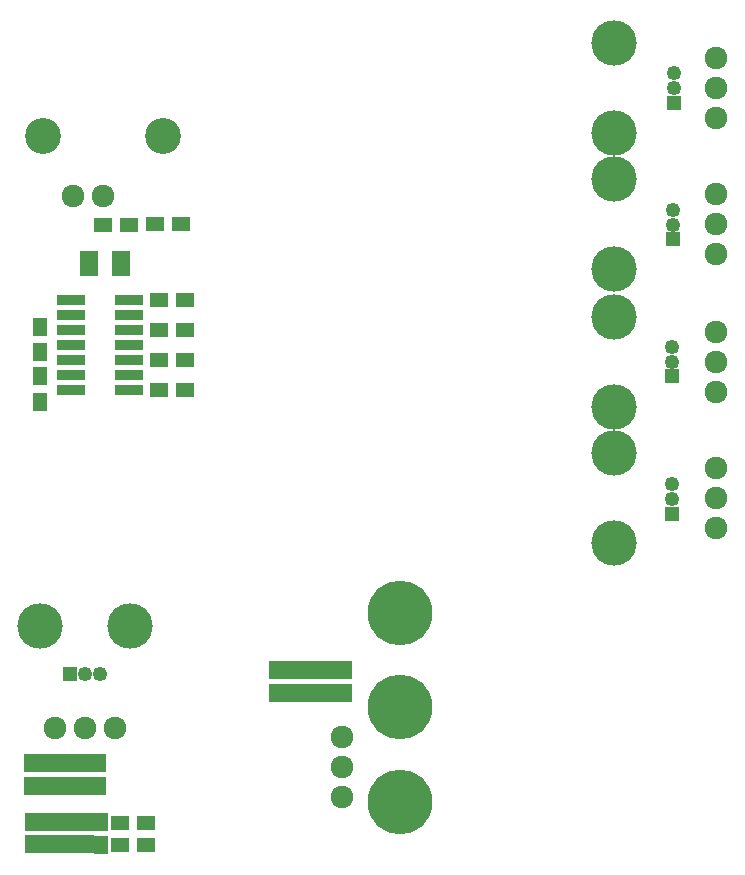
<source format=gbr>
G04 #@! TF.FileFunction,Soldermask,Top*
%FSLAX46Y46*%
G04 Gerber Fmt 4.6, Leading zero omitted, Abs format (unit mm)*
G04 Created by KiCad (PCBNEW 4.0.7) date 04/17/18 20:18:09*
%MOMM*%
%LPD*%
G01*
G04 APERTURE LIST*
%ADD10C,0.100000*%
%ADD11R,1.250000X1.250000*%
%ADD12C,1.250000*%
%ADD13C,1.924000*%
%ADD14C,3.850000*%
%ADD15C,5.480000*%
%ADD16R,1.150000X1.600000*%
%ADD17R,1.600000X1.300000*%
%ADD18C,3.041600*%
%ADD19R,1.300000X1.600000*%
%ADD20R,2.381200X0.958800*%
%ADD21R,1.568400X0.654000*%
G04 APERTURE END LIST*
D10*
D11*
X165821360Y-120868440D03*
D12*
X165821360Y-119618440D03*
X165821360Y-118368440D03*
D11*
X165735000Y-132461000D03*
D12*
X165735000Y-131211000D03*
X165735000Y-129961000D03*
D11*
X165709600Y-144048800D03*
D12*
X165709600Y-142798800D03*
X165709600Y-141548800D03*
D11*
X165709600Y-155682000D03*
D12*
X165709600Y-154432000D03*
X165709600Y-153182000D03*
D13*
X169418000Y-122174000D03*
X169418000Y-119634000D03*
X169418000Y-117094000D03*
D14*
X160782000Y-123444000D03*
X160782000Y-115824000D03*
D13*
X169418000Y-133731000D03*
X169418000Y-131191000D03*
X169418000Y-128651000D03*
D14*
X160782000Y-135001000D03*
X160782000Y-127381000D03*
D13*
X169418000Y-145364200D03*
X169418000Y-142824200D03*
X169418000Y-140284200D03*
D14*
X160782000Y-146634200D03*
X160782000Y-139014200D03*
D13*
X169392600Y-156921200D03*
X169392600Y-154381200D03*
X169392600Y-151841200D03*
D14*
X160756600Y-158191200D03*
X160756600Y-150571200D03*
D13*
X137703560Y-174594520D03*
X137703560Y-177134520D03*
X137703560Y-179674520D03*
D15*
X142646400Y-164085000D03*
X142646400Y-172084000D03*
X142646400Y-180085000D03*
D13*
X118567200Y-173812200D03*
X116027200Y-173812200D03*
X113487200Y-173812200D03*
D14*
X119837200Y-165176200D03*
X112217200Y-165176200D03*
D11*
X114757200Y-169265600D03*
D12*
X116007200Y-169265600D03*
X117257200Y-169265600D03*
D16*
X112631220Y-183680140D03*
X112631220Y-181780140D03*
X112552480Y-176816980D03*
X112552480Y-178716980D03*
X133324600Y-170825200D03*
X133324600Y-168925200D03*
X114968020Y-183680140D03*
X114968020Y-181780140D03*
X111384080Y-176816980D03*
X111384080Y-178716980D03*
X134493000Y-170825200D03*
X134493000Y-168925200D03*
X113799620Y-183680140D03*
X113799620Y-181780140D03*
X117200680Y-176816980D03*
X117200680Y-178716980D03*
X135661400Y-170825200D03*
X135661400Y-168925200D03*
X117304820Y-183705540D03*
X117304820Y-181805540D03*
X113720880Y-176816980D03*
X113720880Y-178716980D03*
X136829800Y-170825200D03*
X136829800Y-168925200D03*
X116136420Y-183680140D03*
X116136420Y-181780140D03*
X114863880Y-176816980D03*
X114863880Y-178716980D03*
X138023600Y-170825200D03*
X138023600Y-168925200D03*
X111462820Y-183680140D03*
X111462820Y-181780140D03*
X116032280Y-176816980D03*
X116032280Y-178716980D03*
X132130800Y-170850600D03*
X132130800Y-168950600D03*
D17*
X118945300Y-181864000D03*
X121145300Y-181864000D03*
D13*
X117475000Y-128778000D03*
X114935000Y-128778000D03*
D18*
X112395000Y-123698000D03*
X122555000Y-123698000D03*
D17*
X122255100Y-145249900D03*
X124455100Y-145249900D03*
X122255100Y-142709900D03*
X124455100Y-142709900D03*
X122255100Y-140169900D03*
X124455100Y-140169900D03*
X122255100Y-137629900D03*
X124455100Y-137629900D03*
X121145300Y-183743600D03*
X118945300Y-183743600D03*
X124091880Y-131150360D03*
X121891880Y-131150360D03*
D19*
X112179100Y-146222900D03*
X112179100Y-144022900D03*
X112179100Y-142031900D03*
X112179100Y-139831900D03*
D17*
X119743400Y-131216400D03*
X117543400Y-131216400D03*
D20*
X119722900Y-145249900D03*
X119722900Y-143979900D03*
X119722900Y-142709900D03*
X119722900Y-141439900D03*
X119722900Y-140169900D03*
X119722900Y-138899900D03*
X119722900Y-137629900D03*
X114795300Y-137629900D03*
X114795300Y-138899900D03*
X114795300Y-140169900D03*
X114795300Y-141439900D03*
X114795300Y-142709900D03*
X114795300Y-143979900D03*
X114795300Y-145249900D03*
D21*
X119062500Y-135243001D03*
X119062500Y-134743000D03*
X119062500Y-134243000D03*
X119062500Y-133742999D03*
X116319300Y-133742999D03*
X116319300Y-134243000D03*
X116319300Y-134743000D03*
X116319300Y-135243001D03*
M02*

</source>
